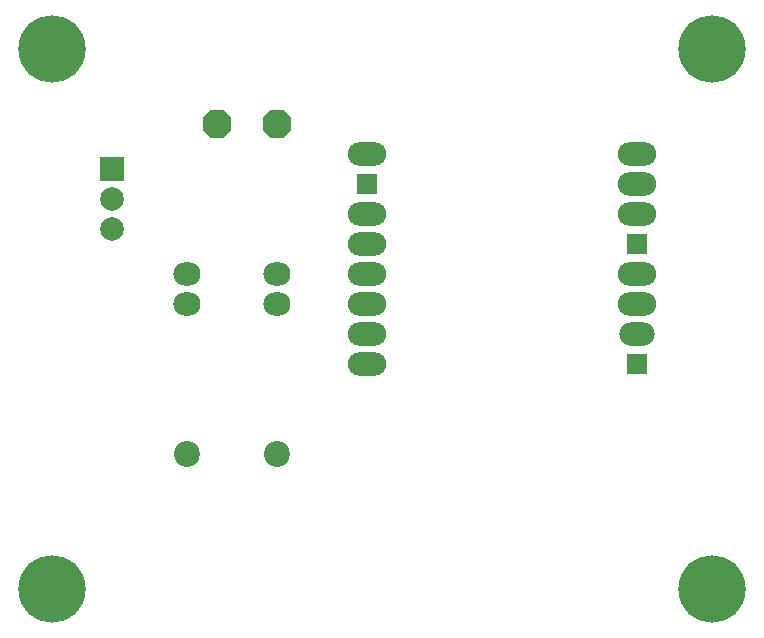
<source format=gbs>
G04 Layer_Color=16711935*
%FSLAX42Y42*%
%MOMM*%
G71*
G01*
G75*
%ADD25P,2.60X8X22.5*%
%ADD26C,2.20*%
%ADD27O,2.30X2.00*%
%ADD28R,2.00X2.00*%
%ADD29C,2.00*%
%ADD31O,3.00X2.00*%
%ADD32O,3.25X2.00*%
%ADD33C,5.70*%
%ADD34R,1.73X1.73*%
D25*
X6604Y9144D02*
D03*
X7112D02*
D03*
D26*
Y6350D02*
D03*
X6350D02*
D03*
D27*
X7112Y7620D02*
D03*
Y7874D02*
D03*
X6350Y7620D02*
D03*
Y7874D02*
D03*
D28*
X5715Y8763D02*
D03*
D29*
Y8509D02*
D03*
Y8255D02*
D03*
D31*
X10160Y7366D02*
D03*
D32*
Y7620D02*
D03*
Y7874D02*
D03*
Y8382D02*
D03*
Y8636D02*
D03*
Y8890D02*
D03*
X7874D02*
D03*
Y8382D02*
D03*
Y8128D02*
D03*
Y7874D02*
D03*
Y7620D02*
D03*
Y7366D02*
D03*
Y7112D02*
D03*
D33*
X5207Y9779D02*
D03*
Y5207D02*
D03*
X10795Y9779D02*
D03*
Y5207D02*
D03*
D34*
X10160Y7112D02*
D03*
Y8128D02*
D03*
X7874Y8636D02*
D03*
M02*

</source>
